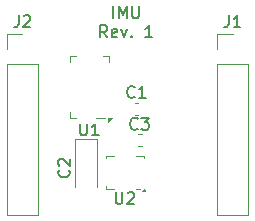
<source format=gbr>
%TF.GenerationSoftware,KiCad,Pcbnew,8.0.8*%
%TF.CreationDate,2025-02-11T20:59:27-05:00*%
%TF.ProjectId,IMU,494d552e-6b69-4636-9164-5f7063625858,rev?*%
%TF.SameCoordinates,Original*%
%TF.FileFunction,Legend,Top*%
%TF.FilePolarity,Positive*%
%FSLAX46Y46*%
G04 Gerber Fmt 4.6, Leading zero omitted, Abs format (unit mm)*
G04 Created by KiCad (PCBNEW 8.0.8) date 2025-02-11 20:59:27*
%MOMM*%
%LPD*%
G01*
G04 APERTURE LIST*
%ADD10C,0.200000*%
%ADD11C,0.150000*%
%ADD12C,0.120000*%
G04 APERTURE END LIST*
D10*
X131629762Y-88406275D02*
X131629762Y-87406275D01*
X132105952Y-88406275D02*
X132105952Y-87406275D01*
X132105952Y-87406275D02*
X132439285Y-88120560D01*
X132439285Y-88120560D02*
X132772618Y-87406275D01*
X132772618Y-87406275D02*
X132772618Y-88406275D01*
X133248809Y-87406275D02*
X133248809Y-88215798D01*
X133248809Y-88215798D02*
X133296428Y-88311036D01*
X133296428Y-88311036D02*
X133344047Y-88358656D01*
X133344047Y-88358656D02*
X133439285Y-88406275D01*
X133439285Y-88406275D02*
X133629761Y-88406275D01*
X133629761Y-88406275D02*
X133724999Y-88358656D01*
X133724999Y-88358656D02*
X133772618Y-88311036D01*
X133772618Y-88311036D02*
X133820237Y-88215798D01*
X133820237Y-88215798D02*
X133820237Y-87406275D01*
X131129761Y-90016219D02*
X130796428Y-89540028D01*
X130558333Y-90016219D02*
X130558333Y-89016219D01*
X130558333Y-89016219D02*
X130939285Y-89016219D01*
X130939285Y-89016219D02*
X131034523Y-89063838D01*
X131034523Y-89063838D02*
X131082142Y-89111457D01*
X131082142Y-89111457D02*
X131129761Y-89206695D01*
X131129761Y-89206695D02*
X131129761Y-89349552D01*
X131129761Y-89349552D02*
X131082142Y-89444790D01*
X131082142Y-89444790D02*
X131034523Y-89492409D01*
X131034523Y-89492409D02*
X130939285Y-89540028D01*
X130939285Y-89540028D02*
X130558333Y-89540028D01*
X131939285Y-89968600D02*
X131844047Y-90016219D01*
X131844047Y-90016219D02*
X131653571Y-90016219D01*
X131653571Y-90016219D02*
X131558333Y-89968600D01*
X131558333Y-89968600D02*
X131510714Y-89873361D01*
X131510714Y-89873361D02*
X131510714Y-89492409D01*
X131510714Y-89492409D02*
X131558333Y-89397171D01*
X131558333Y-89397171D02*
X131653571Y-89349552D01*
X131653571Y-89349552D02*
X131844047Y-89349552D01*
X131844047Y-89349552D02*
X131939285Y-89397171D01*
X131939285Y-89397171D02*
X131986904Y-89492409D01*
X131986904Y-89492409D02*
X131986904Y-89587647D01*
X131986904Y-89587647D02*
X131510714Y-89682885D01*
X132320238Y-89349552D02*
X132558333Y-90016219D01*
X132558333Y-90016219D02*
X132796428Y-89349552D01*
X133177381Y-89920980D02*
X133225000Y-89968600D01*
X133225000Y-89968600D02*
X133177381Y-90016219D01*
X133177381Y-90016219D02*
X133129762Y-89968600D01*
X133129762Y-89968600D02*
X133177381Y-89920980D01*
X133177381Y-89920980D02*
X133177381Y-90016219D01*
X134939285Y-90016219D02*
X134367857Y-90016219D01*
X134653571Y-90016219D02*
X134653571Y-89016219D01*
X134653571Y-89016219D02*
X134558333Y-89159076D01*
X134558333Y-89159076D02*
X134463095Y-89254314D01*
X134463095Y-89254314D02*
X134367857Y-89301933D01*
D11*
X141418666Y-88162819D02*
X141418666Y-88877104D01*
X141418666Y-88877104D02*
X141371047Y-89019961D01*
X141371047Y-89019961D02*
X141275809Y-89115200D01*
X141275809Y-89115200D02*
X141132952Y-89162819D01*
X141132952Y-89162819D02*
X141037714Y-89162819D01*
X142418666Y-89162819D02*
X141847238Y-89162819D01*
X142132952Y-89162819D02*
X142132952Y-88162819D01*
X142132952Y-88162819D02*
X142037714Y-88305676D01*
X142037714Y-88305676D02*
X141942476Y-88400914D01*
X141942476Y-88400914D02*
X141847238Y-88448533D01*
X127877580Y-101258666D02*
X127925200Y-101306285D01*
X127925200Y-101306285D02*
X127972819Y-101449142D01*
X127972819Y-101449142D02*
X127972819Y-101544380D01*
X127972819Y-101544380D02*
X127925200Y-101687237D01*
X127925200Y-101687237D02*
X127829961Y-101782475D01*
X127829961Y-101782475D02*
X127734723Y-101830094D01*
X127734723Y-101830094D02*
X127544247Y-101877713D01*
X127544247Y-101877713D02*
X127401390Y-101877713D01*
X127401390Y-101877713D02*
X127210914Y-101830094D01*
X127210914Y-101830094D02*
X127115676Y-101782475D01*
X127115676Y-101782475D02*
X127020438Y-101687237D01*
X127020438Y-101687237D02*
X126972819Y-101544380D01*
X126972819Y-101544380D02*
X126972819Y-101449142D01*
X126972819Y-101449142D02*
X127020438Y-101306285D01*
X127020438Y-101306285D02*
X127068057Y-101258666D01*
X127068057Y-100877713D02*
X127020438Y-100830094D01*
X127020438Y-100830094D02*
X126972819Y-100734856D01*
X126972819Y-100734856D02*
X126972819Y-100496761D01*
X126972819Y-100496761D02*
X127020438Y-100401523D01*
X127020438Y-100401523D02*
X127068057Y-100353904D01*
X127068057Y-100353904D02*
X127163295Y-100306285D01*
X127163295Y-100306285D02*
X127258533Y-100306285D01*
X127258533Y-100306285D02*
X127401390Y-100353904D01*
X127401390Y-100353904D02*
X127972819Y-100925332D01*
X127972819Y-100925332D02*
X127972819Y-100306285D01*
X131852595Y-103118819D02*
X131852595Y-103928342D01*
X131852595Y-103928342D02*
X131900214Y-104023580D01*
X131900214Y-104023580D02*
X131947833Y-104071200D01*
X131947833Y-104071200D02*
X132043071Y-104118819D01*
X132043071Y-104118819D02*
X132233547Y-104118819D01*
X132233547Y-104118819D02*
X132328785Y-104071200D01*
X132328785Y-104071200D02*
X132376404Y-104023580D01*
X132376404Y-104023580D02*
X132424023Y-103928342D01*
X132424023Y-103928342D02*
X132424023Y-103118819D01*
X132852595Y-103214057D02*
X132900214Y-103166438D01*
X132900214Y-103166438D02*
X132995452Y-103118819D01*
X132995452Y-103118819D02*
X133233547Y-103118819D01*
X133233547Y-103118819D02*
X133328785Y-103166438D01*
X133328785Y-103166438D02*
X133376404Y-103214057D01*
X133376404Y-103214057D02*
X133424023Y-103309295D01*
X133424023Y-103309295D02*
X133424023Y-103404533D01*
X133424023Y-103404533D02*
X133376404Y-103547390D01*
X133376404Y-103547390D02*
X132804976Y-104118819D01*
X132804976Y-104118819D02*
X133424023Y-104118819D01*
X133447333Y-95047580D02*
X133399714Y-95095200D01*
X133399714Y-95095200D02*
X133256857Y-95142819D01*
X133256857Y-95142819D02*
X133161619Y-95142819D01*
X133161619Y-95142819D02*
X133018762Y-95095200D01*
X133018762Y-95095200D02*
X132923524Y-94999961D01*
X132923524Y-94999961D02*
X132875905Y-94904723D01*
X132875905Y-94904723D02*
X132828286Y-94714247D01*
X132828286Y-94714247D02*
X132828286Y-94571390D01*
X132828286Y-94571390D02*
X132875905Y-94380914D01*
X132875905Y-94380914D02*
X132923524Y-94285676D01*
X132923524Y-94285676D02*
X133018762Y-94190438D01*
X133018762Y-94190438D02*
X133161619Y-94142819D01*
X133161619Y-94142819D02*
X133256857Y-94142819D01*
X133256857Y-94142819D02*
X133399714Y-94190438D01*
X133399714Y-94190438D02*
X133447333Y-94238057D01*
X134399714Y-95142819D02*
X133828286Y-95142819D01*
X134114000Y-95142819D02*
X134114000Y-94142819D01*
X134114000Y-94142819D02*
X134018762Y-94285676D01*
X134018762Y-94285676D02*
X133923524Y-94380914D01*
X133923524Y-94380914D02*
X133828286Y-94428533D01*
X128856095Y-97327819D02*
X128856095Y-98137342D01*
X128856095Y-98137342D02*
X128903714Y-98232580D01*
X128903714Y-98232580D02*
X128951333Y-98280200D01*
X128951333Y-98280200D02*
X129046571Y-98327819D01*
X129046571Y-98327819D02*
X129237047Y-98327819D01*
X129237047Y-98327819D02*
X129332285Y-98280200D01*
X129332285Y-98280200D02*
X129379904Y-98232580D01*
X129379904Y-98232580D02*
X129427523Y-98137342D01*
X129427523Y-98137342D02*
X129427523Y-97327819D01*
X130427523Y-98327819D02*
X129856095Y-98327819D01*
X130141809Y-98327819D02*
X130141809Y-97327819D01*
X130141809Y-97327819D02*
X130046571Y-97470676D01*
X130046571Y-97470676D02*
X129951333Y-97565914D01*
X129951333Y-97565914D02*
X129856095Y-97613533D01*
X133701333Y-97747580D02*
X133653714Y-97795200D01*
X133653714Y-97795200D02*
X133510857Y-97842819D01*
X133510857Y-97842819D02*
X133415619Y-97842819D01*
X133415619Y-97842819D02*
X133272762Y-97795200D01*
X133272762Y-97795200D02*
X133177524Y-97699961D01*
X133177524Y-97699961D02*
X133129905Y-97604723D01*
X133129905Y-97604723D02*
X133082286Y-97414247D01*
X133082286Y-97414247D02*
X133082286Y-97271390D01*
X133082286Y-97271390D02*
X133129905Y-97080914D01*
X133129905Y-97080914D02*
X133177524Y-96985676D01*
X133177524Y-96985676D02*
X133272762Y-96890438D01*
X133272762Y-96890438D02*
X133415619Y-96842819D01*
X133415619Y-96842819D02*
X133510857Y-96842819D01*
X133510857Y-96842819D02*
X133653714Y-96890438D01*
X133653714Y-96890438D02*
X133701333Y-96938057D01*
X134034667Y-96842819D02*
X134653714Y-96842819D01*
X134653714Y-96842819D02*
X134320381Y-97223771D01*
X134320381Y-97223771D02*
X134463238Y-97223771D01*
X134463238Y-97223771D02*
X134558476Y-97271390D01*
X134558476Y-97271390D02*
X134606095Y-97319009D01*
X134606095Y-97319009D02*
X134653714Y-97414247D01*
X134653714Y-97414247D02*
X134653714Y-97652342D01*
X134653714Y-97652342D02*
X134606095Y-97747580D01*
X134606095Y-97747580D02*
X134558476Y-97795200D01*
X134558476Y-97795200D02*
X134463238Y-97842819D01*
X134463238Y-97842819D02*
X134177524Y-97842819D01*
X134177524Y-97842819D02*
X134082286Y-97795200D01*
X134082286Y-97795200D02*
X134034667Y-97747580D01*
X123628666Y-88162819D02*
X123628666Y-88877104D01*
X123628666Y-88877104D02*
X123581047Y-89019961D01*
X123581047Y-89019961D02*
X123485809Y-89115200D01*
X123485809Y-89115200D02*
X123342952Y-89162819D01*
X123342952Y-89162819D02*
X123247714Y-89162819D01*
X124057238Y-88258057D02*
X124104857Y-88210438D01*
X124104857Y-88210438D02*
X124200095Y-88162819D01*
X124200095Y-88162819D02*
X124438190Y-88162819D01*
X124438190Y-88162819D02*
X124533428Y-88210438D01*
X124533428Y-88210438D02*
X124581047Y-88258057D01*
X124581047Y-88258057D02*
X124628666Y-88353295D01*
X124628666Y-88353295D02*
X124628666Y-88448533D01*
X124628666Y-88448533D02*
X124581047Y-88591390D01*
X124581047Y-88591390D02*
X124009619Y-89162819D01*
X124009619Y-89162819D02*
X124628666Y-89162819D01*
D12*
%TO.C,J1*%
X140422000Y-89708000D02*
X141752000Y-89708000D01*
X140422000Y-91038000D02*
X140422000Y-89708000D01*
X140422000Y-92308000D02*
X140422000Y-105068000D01*
X140422000Y-92308000D02*
X143082000Y-92308000D01*
X140422000Y-105068000D02*
X143082000Y-105068000D01*
X143082000Y-92308000D02*
X143082000Y-105068000D01*
%TO.C,C2*%
X128377500Y-98607000D02*
X128377500Y-102692000D01*
X130247500Y-98607000D02*
X128377500Y-98607000D01*
X130247500Y-102692000D02*
X130247500Y-98607000D01*
%TO.C,U2*%
X131004500Y-100104000D02*
X131004500Y-100279000D01*
X131004500Y-102824000D02*
X131004500Y-102649000D01*
X131679500Y-100104000D02*
X131004500Y-100104000D01*
X131679500Y-102824000D02*
X131004500Y-102824000D01*
X133549500Y-100104000D02*
X134224500Y-100104000D01*
X133549500Y-102824000D02*
X133924500Y-102824000D01*
X134224500Y-100104000D02*
X134224500Y-100279000D01*
X134364500Y-103014000D02*
X134084500Y-103014000D01*
X134224500Y-102824000D01*
X134364500Y-103014000D01*
G36*
X134364500Y-103014000D02*
G01*
X134084500Y-103014000D01*
X134224500Y-102824000D01*
X134364500Y-103014000D01*
G37*
%TO.C,C1*%
X133467733Y-95608000D02*
X133760267Y-95608000D01*
X133467733Y-96628000D02*
X133760267Y-96628000D01*
%TO.C,U1*%
X127968000Y-91623000D02*
X128468000Y-91623000D01*
X127968000Y-92123000D02*
X127968000Y-91623000D01*
X127968000Y-96823000D02*
X127968000Y-96323000D01*
X128468000Y-96823000D02*
X127968000Y-96823000D01*
X130768000Y-91623000D02*
X131268000Y-91623000D01*
X130968000Y-96823000D02*
X130218000Y-96823000D01*
X131268000Y-91623000D02*
X131268000Y-92123000D01*
X131168000Y-97183000D02*
X131168000Y-96823000D01*
X131528000Y-96823000D01*
X131168000Y-97183000D01*
G36*
X131168000Y-97183000D02*
G01*
X131168000Y-96823000D01*
X131528000Y-96823000D01*
X131168000Y-97183000D01*
G37*
%TO.C,C3*%
X133748233Y-98169000D02*
X134040767Y-98169000D01*
X133748233Y-99189000D02*
X134040767Y-99189000D01*
%TO.C,J2*%
X122632000Y-89708000D02*
X123962000Y-89708000D01*
X122632000Y-91038000D02*
X122632000Y-89708000D01*
X122632000Y-92308000D02*
X122632000Y-105068000D01*
X122632000Y-92308000D02*
X125292000Y-92308000D01*
X122632000Y-105068000D02*
X125292000Y-105068000D01*
X125292000Y-92308000D02*
X125292000Y-105068000D01*
%TD*%
M02*

</source>
